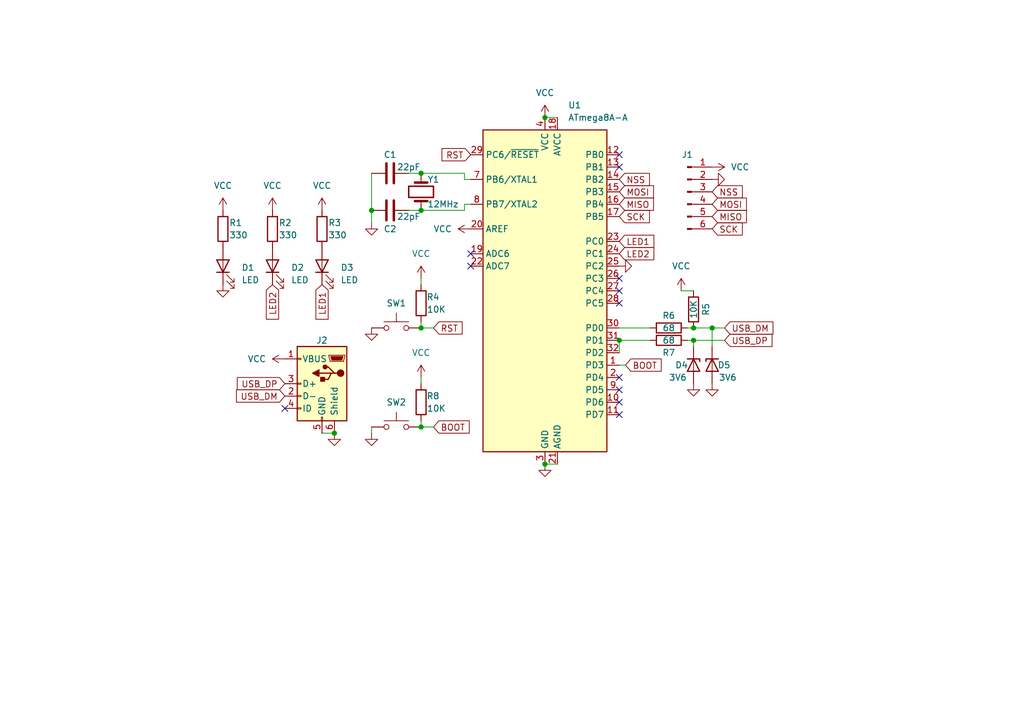
<source format=kicad_sch>
(kicad_sch (version 20230121) (generator eeschema)
  (paper "A5")
  (title_block (title "ATMega8 Minimum System") (date "2023-10-19") (rev "v0") (company "Achmadi ST MT"))
  (lib_symbols
    (symbol "Connector:Conn_01x06_Pin" (pin_names (offset 1.016) hide)
      (property "Reference" "J" (at 0 7.62 0))
      (property "Value" "Conn_01x06_Pin" (at 0 -10.16 0))
      (symbol "Conn_01x06_Pin_1_1"
        (polyline (pts (xy 1.27 -7.62) (xy 0.8636 -7.62)) (stroke (width 0.1524)))
        (polyline (pts (xy 1.27 -5.08) (xy 0.8636 -5.08)) (stroke (width 0.1524)))
        (polyline (pts (xy 1.27 -2.54) (xy 0.8636 -2.54)) (stroke (width 0.1524)))
        (polyline (pts (xy 1.27 0) (xy 0.8636 0)) (stroke (width 0.1524)))
        (polyline (pts (xy 1.27 2.54) (xy 0.8636 2.54)) (stroke (width 0.1524)))
        (polyline (pts (xy 1.27 5.08) (xy 0.8636 5.08)) (stroke (width 0.1524)))
        (rectangle (start 0.8636 -7.493) (end 0 -7.747) (stroke (width 0.1524)) (fill (type outline)))
        (rectangle (start 0.8636 -4.953) (end 0 -5.207) (stroke (width 0.1524)) (fill (type outline)))
        (rectangle (start 0.8636 -2.413) (end 0 -2.667) (stroke (width 0.1524)) (fill (type outline)))
        (rectangle (start 0.8636 0.127) (end 0 -0.127) (stroke (width 0.1524)) (fill (type outline)))
        (rectangle (start 0.8636 2.667) (end 0 2.413) (stroke (width 0.1524)) (fill (type outline)))
        (rectangle (start 0.8636 5.207) (end 0 4.953) (stroke (width 0.1524)) (fill (type outline)))
        (pin passive line (at 5.08 5.08 180) (length 3.81) (name "Pin_1") (number "1"))
        (pin passive line (at 5.08 2.54 180) (length 3.81) (name "Pin_2") (number "2"))
        (pin passive line (at 5.08 0 180) (length 3.81) (name "Pin_3") (number "3"))
        (pin passive line (at 5.08 -2.54 180) (length 3.81) (name "Pin_4") (number "4"))
        (pin passive line (at 5.08 -5.08 180) (length 3.81) (name "Pin_5") (number "5"))
        (pin passive line (at 5.08 -7.62 180) (length 3.81) (name "Pin_6") (number "6"))
      )
    )
    (symbol "Connector:USB_B_Mini" (pin_names (offset 1.016))
      (property "Reference" "J" (at -5.08 11.43 0))
      (property "Value" "USB_B_Mini" (at -5.08 8.89 0))
      (symbol "USB_B_Mini_0_1"
        (rectangle (start -5.08 -7.62) (end 5.08 7.62) (stroke (width 0.254)) (fill (type background)))
        (circle (center -3.81 2.159) (radius 0.635) (stroke (width 0.254)) (fill (type outline)))
        (circle (center -0.635 3.429) (radius 0.381) (stroke (width 0.254)) (fill (type outline)))
        (rectangle (start -0.127 -7.62) (end 0.127 -6.858))
        (polyline (pts (xy -1.905 2.159) (xy 0.635 2.159)) (stroke (width 0.254)))
        (polyline (pts (xy -3.175 2.159) (xy -2.54 2.159) (xy -1.27 3.429) (xy -0.635 3.429)) (stroke (width 0.254)))
        (polyline (pts (xy -2.54 2.159) (xy -1.905 2.159) (xy -1.27 0.889) (xy 0 0.889)) (stroke (width 0.254)))
        (polyline (pts (xy 0.635 2.794) (xy 0.635 1.524) (xy 1.905 2.159) (xy 0.635 2.794)) (stroke (width 0.254)) (fill (type outline)))
        (polyline (pts (xy -4.318 5.588) (xy -1.778 5.588) (xy -2.032 4.826) (xy -4.064 4.826) (xy -4.318 5.588)) (fill (type outline)))
        (polyline (pts (xy -4.699 5.842) (xy -4.699 5.588) (xy -4.445 4.826) (xy -4.445 4.572) (xy -1.651 4.572) (xy -1.651 4.826) (xy -1.397 5.588) (xy -1.397 5.842) (xy -4.699 5.842)))
        (rectangle (start 0.254 1.27) (end -0.508 0.508) (stroke (width 0.254)) (fill (type outline)))
        (rectangle (start 5.08 -5.207) (end 4.318 -4.953))
        (rectangle (start 5.08 -2.667) (end 4.318 -2.413))
        (rectangle (start 5.08 -0.127) (end 4.318 0.127))
        (rectangle (start 5.08 4.953) (end 4.318 5.207))
      )
      (symbol "USB_B_Mini_1_1"
        (pin power_out line (at 7.62 5.08 180) (length 2.54) (name "VBUS") (number "1"))
        (pin bidirectional line (at 7.62 -2.54 180) (length 2.54) (name "D-") (number "2"))
        (pin bidirectional line (at 7.62 0 180) (length 2.54) (name "D+") (number "3"))
        (pin passive line (at 7.62 -5.08 180) (length 2.54) (name "ID") (number "4"))
        (pin power_out line (at 0 -10.16 90) (length 2.54) (name "GND") (number "5"))
        (pin passive line (at -2.54 -10.16 90) (length 2.54) (name "Shield") (number "6"))
      )
    )
    (symbol "Device:C" (pin_numbers hide) (pin_names (offset 0.254))
      (property "Reference" "C" (at 0.635 2.54 0))
      (property "Value" "C" (at 0.635 -2.54 0))
      (symbol "C_0_1"
        (polyline (pts (xy -2.032 -0.762) (xy 2.032 -0.762)) (stroke (width 0.508)))
        (polyline (pts (xy -2.032 0.762) (xy 2.032 0.762)) (stroke (width 0.508)))
      )
      (symbol "C_1_1"
        (pin passive line (at 0 3.81 270) (length 2.794) (name "~") (number "1"))
        (pin passive line (at 0 -3.81 90) (length 2.794) (name "~") (number "2"))
      )
    )
    (symbol "Device:Crystal" (pin_numbers hide) (pin_names (offset 1.016) hide)
      (property "Reference" "Y" (at 0 3.81 0))
      (property "Value" "Crystal" (at 0 -3.81 0))
      (symbol "Crystal_0_1"
        (rectangle (start -1.143 2.54) (end 1.143 -2.54) (stroke (width 0.3048)))
        (polyline (pts (xy -2.54 0) (xy -1.905 0)))
        (polyline (pts (xy -1.905 -1.27) (xy -1.905 1.27)) (stroke (width 0.508)))
        (polyline (pts (xy 1.905 -1.27) (xy 1.905 1.27)) (stroke (width 0.508)))
        (polyline (pts (xy 2.54 0) (xy 1.905 0)))
      )
      (symbol "Crystal_1_1"
        (pin passive line (at -3.81 0 0) (length 1.27) (name "1") (number "1"))
        (pin passive line (at 3.81 0 180) (length 1.27) (name "2") (number "2"))
      )
    )
    (symbol "Device:D_Zener" (pin_numbers hide) (pin_names (offset 1.016) hide)
      (property "Reference" "D" (at 0 2.54 0))
      (property "Value" "D_Zener" (at 0 -2.54 0))
      (symbol "D_Zener_0_1"
        (polyline (pts (xy 1.27 0) (xy -1.27 0)))
        (polyline (pts (xy -1.27 -1.27) (xy -1.27 1.27) (xy -0.762 1.27)) (stroke (width 0.254)))
        (polyline (pts (xy 1.27 -1.27) (xy 1.27 1.27) (xy -1.27 0) (xy 1.27 -1.27)) (stroke (width 0.254)))
      )
      (symbol "D_Zener_1_1"
        (pin passive line (at -3.81 0 0) (length 2.54) (name "K") (number "1"))
        (pin passive line (at 3.81 0 180) (length 2.54) (name "A") (number "2"))
      )
    )
    (symbol "Device:LED" (pin_numbers hide) (pin_names (offset 1.016) hide)
      (property "Reference" "D" (at 0 2.54 0))
      (property "Value" "LED" (at 0 -2.54 0))
      (symbol "LED_0_1"
        (polyline (pts (xy -1.27 -1.27) (xy -1.27 1.27)) (stroke (width 0.254)))
        (polyline (pts (xy -1.27 0) (xy 1.27 0)))
        (polyline (pts (xy 1.27 -1.27) (xy 1.27 1.27) (xy -1.27 0) (xy 1.27 -1.27)) (stroke (width 0.254)))
        (polyline (pts (xy -3.048 -0.762) (xy -4.572 -2.286) (xy -3.81 -2.286) (xy -4.572 -2.286) (xy -4.572 -1.524)))
        (polyline (pts (xy -1.778 -0.762) (xy -3.302 -2.286) (xy -2.54 -2.286) (xy -3.302 -2.286) (xy -3.302 -1.524)))
      )
      (symbol "LED_1_1"
        (pin passive line (at -3.81 0 0) (length 2.54) (name "K") (number "1"))
        (pin passive line (at 3.81 0 180) (length 2.54) (name "A") (number "2"))
      )
    )
    (symbol "Device:R" (pin_numbers hide) (pin_names (offset 0))
      (property "Reference" "R" (at 2.032 0 90))
      (property "Value" "R" (at 0 0 90))
      (symbol "R_0_1"
        (rectangle (start -1.016 -2.54) (end 1.016 2.54) (stroke (width 0.254)))
      )
      (symbol "R_1_1"
        (pin passive line (at 0 3.81 270) (length 1.27) (name "~") (number "1"))
        (pin passive line (at 0 -3.81 90) (length 1.27) (name "~") (number "2"))
      )
    )
    (symbol "MCU_Microchip_ATmega:ATmega8A-A"
      (property "Reference" "U" (at -12.7 34.29 0))
      (property "Value" "ATmega8A-A" (at 5.08 -34.29 0))
      (symbol "ATmega8A-A_0_1"
        (rectangle (start -12.7 -33.02) (end 12.7 33.02) (stroke (width 0.254)) (fill (type background)))
      )
      (symbol "ATmega8A-A_1_1"
        (pin bidirectional line (at 15.24 -15.24 180) (length 2.54) (name "PD3") (number "1"))
        (pin bidirectional line (at 15.24 -22.86 180) (length 2.54) (name "PD6") (number "10"))
        (pin bidirectional line (at 15.24 -25.4 180) (length 2.54) (name "PD7") (number "11"))
        (pin bidirectional line (at 15.24 27.94 180) (length 2.54) (name "PB0") (number "12"))
        (pin bidirectional line (at 15.24 25.4 180) (length 2.54) (name "PB1") (number "13"))
        (pin bidirectional line (at 15.24 22.86 180) (length 2.54) (name "PB2") (number "14"))
        (pin bidirectional line (at 15.24 20.32 180) (length 2.54) (name "PB3") (number "15"))
        (pin bidirectional line (at 15.24 17.78 180) (length 2.54) (name "PB4") (number "16"))
        (pin bidirectional line (at 15.24 15.24 180) (length 2.54) (name "PB5") (number "17"))
        (pin power_in line (at 2.54 35.56 270) (length 2.54) (name "AVCC") (number "18"))
        (pin input line (at -15.24 7.62 0) (length 2.54) (name "ADC6") (number "19"))
        (pin bidirectional line (at 15.24 -17.78 180) (length 2.54) (name "PD4") (number "2"))
        (pin passive line (at -15.24 12.7 0) (length 2.54) (name "AREF") (number "20"))
        (pin power_in line (at 2.54 -35.56 90) (length 2.54) (name "AGND") (number "21"))
        (pin input line (at -15.24 5.08 0) (length 2.54) (name "ADC7") (number "22"))
        (pin bidirectional line (at 15.24 10.16 180) (length 2.54) (name "PC0") (number "23"))
        (pin bidirectional line (at 15.24 7.62 180) (length 2.54) (name "PC1") (number "24"))
        (pin bidirectional line (at 15.24 5.08 180) (length 2.54) (name "PC2") (number "25"))
        (pin bidirectional line (at 15.24 2.54 180) (length 2.54) (name "PC3") (number "26"))
        (pin bidirectional line (at 15.24 0 180) (length 2.54) (name "PC4") (number "27"))
        (pin bidirectional line (at 15.24 -2.54 180) (length 2.54) (name "PC5") (number "28"))
        (pin bidirectional line (at -15.24 27.94 0) (length 2.54) (name "PC6/~{RESET}") (number "29"))
        (pin power_in line (at 0 -35.56 90) (length 2.54) (name "GND") (number "3"))
        (pin bidirectional line (at 15.24 -7.62 180) (length 2.54) (name "PD0") (number "30"))
        (pin bidirectional line (at 15.24 -10.16 180) (length 2.54) (name "PD1") (number "31"))
        (pin bidirectional line (at 15.24 -12.7 180) (length 2.54) (name "PD2") (number "32"))
        (pin power_in line (at 0 35.56 270) (length 2.54) (name "VCC") (number "4"))
        (pin passive line (at 0 -35.56 90) (length 2.54) hide (name "GND") (number "5"))
        (pin passive line (at 0 35.56 270) (length 2.54) hide (name "VCC") (number "6"))
        (pin bidirectional line (at -15.24 22.86 0) (length 2.54) (name "PB6/XTAL1") (number "7"))
        (pin bidirectional line (at -15.24 17.78 0) (length 2.54) (name "PB7/XTAL2") (number "8"))
        (pin bidirectional line (at 15.24 -20.32 180) (length 2.54) (name "PD5") (number "9"))
      )
    )
    (symbol "Switch:SW_Push" (pin_numbers hide) (pin_names (offset 1.016) hide)
      (property "Reference" "SW" (at 1.27 2.54 0))
      (property "Value" "SW_Push" (at 0 -1.524 0))
      (symbol "SW_Push_0_1"
        (circle (center -2.032 0) (radius 0.508))
        (polyline (pts (xy 0 1.27) (xy 0 3.048)))
        (polyline (pts (xy 2.54 1.27) (xy -2.54 1.27)))
        (circle (center 2.032 0) (radius 0.508))
        (pin passive line (at -5.08 0 0) (length 2.54) (name "1") (number "1"))
        (pin passive line (at 5.08 0 180) (length 2.54) (name "2") (number "2"))
      )
    )
    (symbol "power:GND" (power) (pin_names (offset 0))
      (property "Value" "GND" (at 0 -3.81 0))
      (symbol "GND_0_1"
        (polyline (pts (xy 0 0) (xy 0 -1.27) (xy 1.27 -1.27) (xy 0 -2.54) (xy -1.27 -1.27) (xy 0 -1.27)))
      )
      (symbol "GND_1_1"
        (pin power_in line (at 0 0 270) (length 0) hide (name "GND") (number "1"))
      )
    )
    (symbol "power:VCC" (power) (pin_names (offset 0))
      (property "Value" "VCC" (at 0 3.81 0))
      (symbol "VCC_0_1"
        (polyline (pts (xy -0.762 1.27) (xy 0 2.54)))
        (polyline (pts (xy 0 0) (xy 0 2.54)))
        (polyline (pts (xy 0 2.54) (xy 0.762 1.27)))
      )
      (symbol "VCC_1_1"
        (pin power_in line (at 0 0 90) (length 0) hide (name "VCC") (number "1"))
      )
    )
  )
  (junction (at 76.2 43.18))
  (junction (at 111.76 95.25))
  (junction (at 127 69.85))
  (junction (at 146.05 67.31))
  (junction (at 111.76 24.13))
  (junction (at 86.36 87.63))
  (junction (at 142.24 67.31))
  (junction (at 68.58 88.9))
  (junction (at 86.36 43.18))
  (junction (at 86.36 67.31))
  (junction (at 86.36 35.56))
  (junction (at 142.24 69.85))
  (no_connect (at 127 77.47))
  (no_connect (at 127 57.15))
  (no_connect (at 127 85.09))
  (no_connect (at 127 80.01))
  (no_connect (at 58.42 83.82))
  (no_connect (at 127 82.55))
  (no_connect (at 96.52 52.07))
  (no_connect (at 96.52 54.61))
  (no_connect (at 127 31.75))
  (no_connect (at 127 59.69))
  (no_connect (at 127 62.23))
  (no_connect (at 127 34.29))
  (wire (pts (xy 83.82 35.56) (xy 86.36 35.56)))
  (wire (pts (xy 86.36 77.47) (xy 86.36 78.74)))
  (wire (pts (xy 66.04 88.9) (xy 68.58 88.9)))
  (wire (pts (xy 96.52 36.83) (xy 95.25 36.83)))
  (wire (pts (xy 76.2 88.9) (xy 76.2 87.63)))
  (wire (pts (xy 111.76 95.25) (xy 114.3 95.25)))
  (wire (pts (xy 76.2 35.56) (xy 76.2 43.18)))
  (wire (pts (xy 86.36 57.15) (xy 86.36 58.42)))
  (wire (pts (xy 142.24 69.85) (xy 142.24 71.12)))
  (wire (pts (xy 127 67.31) (xy 133.35 67.31)))
  (wire (pts (xy 140.97 69.85) (xy 142.24 69.85)))
  (wire (pts (xy 142.24 59.69) (xy 139.7 59.69)))
  (wire (pts (xy 86.36 35.56) (xy 95.25 35.56)))
  (wire (pts (xy 142.24 69.85) (xy 148.59 69.85)))
  (wire (pts (xy 128.27 74.93) (xy 127 74.93)))
  (wire (pts (xy 140.97 67.31) (xy 142.24 67.31)))
  (wire (pts (xy 86.36 67.31) (xy 88.9 67.31)))
  (wire (pts (xy 83.82 43.18) (xy 86.36 43.18)))
  (wire (pts (xy 76.2 43.18) (xy 76.2 45.72)))
  (wire (pts (xy 86.36 66.04) (xy 86.36 67.31)))
  (wire (pts (xy 127 69.85) (xy 127 72.39)))
  (wire (pts (xy 142.24 67.31) (xy 146.05 67.31)))
  (wire (pts (xy 95.25 43.18) (xy 86.36 43.18)))
  (wire (pts (xy 86.36 87.63) (xy 88.9 87.63)))
  (wire (pts (xy 95.25 36.83) (xy 95.25 35.56)))
  (wire (pts (xy 111.76 24.13) (xy 114.3 24.13)))
  (wire (pts (xy 96.52 41.91) (xy 95.25 41.91)))
  (wire (pts (xy 95.25 41.91) (xy 95.25 43.18)))
  (wire (pts (xy 86.36 86.36) (xy 86.36 87.63)))
  (wire (pts (xy 146.05 67.31) (xy 146.05 71.12)))
  (wire (pts (xy 146.05 67.31) (xy 148.59 67.31)))
  (wire (pts (xy 127 69.85) (xy 133.35 69.85)))
  (global_label "USB_DM" (shape input) (at 148.59 67.31 0) (property "Intersheetrefs" "${INTERSHEET_REFS}" (effects hide)))
  (global_label "NSS" (shape input) (at 127 36.83 0) (property "Intersheetrefs" "${INTERSHEET_REFS}" (effects hide)))
  (global_label "MISO" (shape input) (at 146.05 44.45 0) (property "Intersheetrefs" "${INTERSHEET_REFS}" (effects hide)))
  (global_label "LED2" (shape input) (at 127 52.07 0) (property "Intersheetrefs" "${INTERSHEET_REFS}" (effects hide)))
  (global_label "USB_DP" (shape input) (at 58.42 78.74 180) (property "Intersheetrefs" "${INTERSHEET_REFS}" (effects hide)))
  (global_label "USB_DM" (shape input) (at 58.42 81.28 180) (property "Intersheetrefs" "${INTERSHEET_REFS}" (effects hide)))
  (global_label "MOSI" (shape input) (at 146.05 41.91 0) (property "Intersheetrefs" "${INTERSHEET_REFS}" (effects hide)))
  (global_label "BOOT" (shape input) (at 88.9 87.63 0) (property "Intersheetrefs" "${INTERSHEET_REFS}" (effects hide)))
  (global_label "SCK" (shape input) (at 146.05 46.99 0) (property "Intersheetrefs" "${INTERSHEET_REFS}" (effects hide)))
  (global_label "LED2" (shape input) (at 55.88 58.42 270) (property "Intersheetrefs" "${INTERSHEET_REFS}" (effects hide)))
  (global_label "USB_DP" (shape input) (at 148.59 69.85 0) (property "Intersheetrefs" "${INTERSHEET_REFS}" (effects hide)))
  (global_label "MOSI" (shape input) (at 127 39.37 0) (property "Intersheetrefs" "${INTERSHEET_REFS}" (effects hide)))
  (global_label "LED1" (shape input) (at 127 49.53 0) (property "Intersheetrefs" "${INTERSHEET_REFS}" (effects hide)))
  (global_label "NSS" (shape input) (at 146.05 39.37 0) (property "Intersheetrefs" "${INTERSHEET_REFS}" (effects hide)))
  (global_label "BOOT" (shape input) (at 128.27 74.93 0) (property "Intersheetrefs" "${INTERSHEET_REFS}" (effects hide)))
  (global_label "RST" (shape input) (at 88.9 67.31 0) (property "Intersheetrefs" "${INTERSHEET_REFS}" (effects hide)))
  (global_label "LED1" (shape input) (at 66.04 58.42 270) (property "Intersheetrefs" "${INTERSHEET_REFS}" (effects hide)))
  (global_label "RST" (shape input) (at 96.52 31.75 180) (property "Intersheetrefs" "${INTERSHEET_REFS}" (effects hide)))
  (global_label "MISO" (shape input) (at 127 41.91 0) (property "Intersheetrefs" "${INTERSHEET_REFS}" (effects hide)))
  (global_label "SCK" (shape input) (at 127 44.45 0) (property "Intersheetrefs" "${INTERSHEET_REFS}" (effects hide)))
  (symbol (lib_id "Device:R") (at 137.16 69.85 90) (unit 1)
    (property "Reference" "R7" (at 137.16 72.39 90))
    (property "Value" "68" (at 137.16 69.85 90))
    (property "Footprint" "Resistor_SMD:R_0805_2012Metric_Pad1.20x1.40mm_HandSolder" (effects hide))
  )
  (symbol (lib_id "Switch:SW_Push") (at 81.28 67.31 0) (unit 1)
    (property "Reference" "SW1" (at 81.28 62.23 0))
    (property "Value" "SW_Push" (effects hide))
    (property "Footprint" "Button_Switch_SMD:SW_Tactile_SPST_NO_Straight_CK_PTS636Sx25SMTRLFS" (effects hide))
  )
  (symbol (lib_id "Device:LED") (at 45.72 54.61 90) (unit 1)
    (property "Reference" "D1" (at 49.53 54.9275 90) (effects (justify right)))
    (property "Value" "LED" (at 49.53 57.4675 90) (effects (justify right)))
    (property "Footprint" "LED_SMD:LED_0805_2012Metric_Pad1.15x1.40mm_HandSolder" (effects hide))
  )
  (symbol (lib_id "Connector:Conn_01x06_Pin") (at 140.97 39.37 0) (unit 1)
    (property "Reference" "J1" (at 140.97 31.75 0))
    (property "Value" "Conn_01x06_Pin" (effects hide))
    (property "Footprint" "Connector_PinHeader_2.54mm:PinHeader_1x06_P2.54mm_Vertical" (effects hide))
  )
  (symbol (lib_id "Device:R") (at 137.16 67.31 90) (unit 1)
    (property "Reference" "R6" (at 137.16 64.77 90))
    (property "Value" "68" (at 137.16 67.31 90))
    (property "Footprint" "Resistor_SMD:R_0805_2012Metric_Pad1.20x1.40mm_HandSolder" (effects hide))
  )
  (symbol (lib_id "Device:LED") (at 55.88 54.61 90) (unit 1)
    (property "Reference" "D2" (at 59.69 54.9275 90) (effects (justify right)))
    (property "Value" "LED" (at 59.69 57.4675 90) (effects (justify right)))
    (property "Footprint" "LED_SMD:LED_0805_2012Metric_Pad1.15x1.40mm_HandSolder" (effects hide))
  )
  (symbol (lib_id "power:GND") (at 45.72 58.42 0) (unit 1)
    (property "Reference" "#PWR011" (effects hide))
    (property "Value" "GND" (effects hide))
  )
  (symbol (lib_id "power:GND") (at 68.58 88.9 0) (unit 1)
    (property "Reference" "#PWR018" (effects hide))
    (property "Value" "GND" (effects hide))
  )
  (symbol (lib_id "power:GND") (at 146.05 78.74 0) (unit 1)
    (property "Reference" "#PWR017" (effects hide))
    (property "Value" "GND" (effects hide))
  )
  (symbol (lib_id "Connector:USB_B_Mini") (at 66.04 78.74 0) (mirror y) (unit 1)
    (property "Reference" "J2" (at 66.04 69.85 0))
    (property "Value" "USB_B_Mini" (effects hide))
    (property "Footprint" "Connector_USB:USB_Mini-B_Wuerth_65100516121_Horizontal" (effects hide))
  )
  (symbol (lib_id "Device:R") (at 86.36 82.55 0) (mirror y) (unit 1)
    (property "Reference" "R8" (at 90.17 81.28 0) (effects (justify left)))
    (property "Value" "10K" (at 91.44 83.82 0) (effects (justify left)))
    (property "Footprint" "Resistor_SMD:R_0805_2012Metric_Pad1.20x1.40mm_HandSolder" (effects hide))
  )
  (symbol (lib_id "power:GND") (at 146.05 36.83 90) (unit 1)
    (property "Reference" "#PWR03" (effects hide))
    (property "Value" "GND" (effects hide))
  )
  (symbol (lib_id "Device:R") (at 45.72 46.99 0) (unit 1)
    (property "Reference" "R1" (at 46.99 45.72 0) (effects (justify left)))
    (property "Value" "330" (at 46.99 48.26 0) (effects (justify left)))
    (property "Footprint" "Resistor_SMD:R_0805_2012Metric_Pad1.20x1.40mm_HandSolder" (effects hide))
  )
  (symbol (lib_id "power:VCC") (at 139.7 59.69 0) (unit 1)
    (property "Reference" "#PWR012" (effects hide))
    (property "Value" "VCC" (at 139.7 54.61 0))
  )
  (symbol (lib_id "power:VCC") (at 58.42 73.66 90) (unit 1)
    (property "Reference" "#PWR014" (effects hide))
    (property "Value" "VCC" (at 54.61 73.66 90) (effects (justify left)))
  )
  (symbol (lib_id "power:VCC") (at 66.04 43.18 0) (unit 1)
    (property "Reference" "#PWR06" (effects hide))
    (property "Value" "VCC" (at 66.04 38.1 0))
  )
  (symbol (lib_id "Device:Crystal") (at 86.36 39.37 90) (unit 1)
    (property "Reference" "Y1" (at 87.63 36.83 90) (effects (justify right)))
    (property "Value" "12MHz" (at 87.63 41.91 90) (effects (justify right)))
    (property "Footprint" "Crystal:Crystal_SMD_HC49-SD" (effects hide))
  )
  (symbol (lib_id "power:GND") (at 76.2 88.9 0) (unit 1)
    (property "Reference" "#PWR019" (effects hide))
    (property "Value" "GND" (effects hide))
  )
  (symbol (lib_id "Device:D_Zener") (at 142.24 74.93 270) (unit 1)
    (property "Reference" "D4" (at 138.43 74.93 90) (effects (justify left)))
    (property "Value" "3V6" (at 137.16 77.47 90) (effects (justify left)))
    (property "Footprint" "Diode_SMD:D_SOD-323" (effects hide))
  )
  (symbol (lib_id "power:VCC") (at 86.36 77.47 0) (unit 1)
    (property "Reference" "#PWR015" (effects hide))
    (property "Value" "VCC" (at 86.36 72.39 0))
  )
  (symbol (lib_id "power:VCC") (at 96.52 46.99 90) (unit 1)
    (property "Reference" "#PWR08" (effects hide))
    (property "Value" "VCC" (at 92.71 46.99 90) (effects (justify left)))
  )
  (symbol (lib_id "MCU_Microchip_ATmega:ATmega8A-A") (at 111.76 59.69 0) (unit 1)
    (property "Reference" "U1" (at 116.4941 21.59 0) (effects (justify left)))
    (property "Value" "ATmega8A-A" (at 116.4941 24.13 0) (effects (justify left)))
    (property "Footprint" "Package_QFP:TQFP-32_7x7mm_P0.8mm" (effects hide))
    (property "Datasheet" "http://ww1.microchip.com/downloads/en/DeviceDoc/Microchip%208bit%20mcu%20AVR%20ATmega8A%20data%20sheet%2040001974A.pdf" (effects hide))
  )
  (symbol (lib_id "Device:R") (at 66.04 46.99 0) (unit 1)
    (property "Reference" "R3" (at 67.31 45.72 0) (effects (justify left)))
    (property "Value" "330" (at 67.31 48.26 0) (effects (justify left)))
    (property "Footprint" "Resistor_SMD:R_0805_2012Metric_Pad1.20x1.40mm_HandSolder" (effects hide))
  )
  (symbol (lib_id "Switch:SW_Push") (at 81.28 87.63 0) (unit 1)
    (property "Reference" "SW2" (at 81.28 82.55 0))
    (property "Value" "SW_Push" (effects hide))
    (property "Footprint" "Button_Switch_SMD:SW_Tactile_SPST_NO_Straight_CK_PTS636Sx25SMTRLFS" (effects hide))
  )
  (symbol (lib_id "Device:C") (at 80.01 35.56 90) (unit 1)
    (property "Reference" "C1" (at 80.01 31.75 90))
    (property "Value" "22pF" (at 83.82 34.29 90))
    (property "Footprint" "Capacitor_SMD:C_0805_2012Metric_Pad1.18x1.45mm_HandSolder" (effects hide))
  )
  (symbol (lib_id "Device:LED") (at 66.04 54.61 90) (unit 1)
    (property "Reference" "D3" (at 69.85 54.9275 90) (effects (justify right)))
    (property "Value" "LED" (at 69.85 57.4675 90) (effects (justify right)))
    (property "Footprint" "LED_SMD:LED_0805_2012Metric_Pad1.15x1.40mm_HandSolder" (effects hide))
  )
  (symbol (lib_id "Device:R") (at 86.36 62.23 0) (mirror y) (unit 1)
    (property "Reference" "R4" (at 90.17 60.96 0) (effects (justify left)))
    (property "Value" "10K" (at 91.44 63.5 0) (effects (justify left)))
    (property "Footprint" "Resistor_SMD:R_0805_2012Metric_Pad1.20x1.40mm_HandSolder" (effects hide))
  )
  (symbol (lib_id "Device:R") (at 142.24 63.5 0) (mirror x) (unit 1)
    (property "Reference" "R5" (at 144.78 63.5 90))
    (property "Value" "10K" (at 142.24 63.5 90))
    (property "Footprint" "Resistor_SMD:R_0805_2012Metric_Pad1.20x1.40mm_HandSolder" (effects hide))
  )
  (symbol (lib_id "power:VCC") (at 111.76 24.13 0) (unit 1)
    (property "Reference" "#PWR01" (effects hide))
    (property "Value" "VCC" (at 111.76 19.05 0))
  )
  (symbol (lib_id "power:VCC") (at 86.36 57.15 0) (unit 1)
    (property "Reference" "#PWR010" (effects hide))
    (property "Value" "VCC" (at 86.36 52.07 0))
  )
  (symbol (lib_id "power:GND") (at 76.2 45.72 0) (unit 1)
    (property "Reference" "#PWR07" (effects hide))
    (property "Value" "GND" (effects hide))
  )
  (symbol (lib_id "power:VCC") (at 45.72 43.18 0) (mirror y) (unit 1)
    (property "Reference" "#PWR04" (effects hide))
    (property "Value" "VCC" (at 45.72 38.1 0))
  )
  (symbol (lib_id "power:VCC") (at 146.05 34.29 270) (unit 1)
    (property "Reference" "#PWR02" (effects hide))
    (property "Value" "VCC" (at 149.86 34.29 90) (effects (justify left)))
  )
  (symbol (lib_id "power:GND") (at 76.2 67.31 0) (unit 1)
    (property "Reference" "#PWR013" (effects hide))
    (property "Value" "GND" (effects hide))
  )
  (symbol (lib_id "power:GND") (at 127 54.61 90) (unit 1)
    (property "Reference" "#PWR09" (effects hide))
    (property "Value" "GND" (effects hide))
  )
  (symbol (lib_id "Device:C") (at 80.01 43.18 90) (mirror x) (unit 1)
    (property "Reference" "C2" (at 80.01 46.99 90))
    (property "Value" "22pF" (at 83.82 44.45 90))
    (property "Footprint" "Capacitor_SMD:C_0805_2012Metric_Pad1.18x1.45mm_HandSolder" (effects hide))
  )
  (symbol (lib_id "power:GND") (at 142.24 78.74 0) (unit 1)
    (property "Reference" "#PWR016" (effects hide))
    (property "Value" "GND" (effects hide))
  )
  (symbol (lib_id "Device:D_Zener") (at 146.05 74.93 90) (mirror x) (unit 1)
    (property "Reference" "D5" (at 149.86 74.93 90) (effects (justify left)))
    (property "Value" "3V6" (at 151.13 77.47 90) (effects (justify left)))
    (property "Footprint" "Diode_SMD:D_SOD-323" (effects hide))
  )
  (symbol (lib_id "power:VCC") (at 55.88 43.18 0) (mirror y) (unit 1)
    (property "Reference" "#PWR05" (effects hide))
    (property "Value" "VCC" (at 55.88 38.1 0))
  )
  (symbol (lib_id "power:GND") (at 111.76 95.25 0) (unit 1)
    (property "Reference" "#PWR020" (effects hide))
    (property "Value" "GND" (effects hide))
  )
  (symbol (lib_id "Device:R") (at 55.88 46.99 0) (unit 1)
    (property "Reference" "R2" (at 57.15 45.72 0) (effects (justify left)))
    (property "Value" "330" (at 57.15 48.26 0) (effects (justify left)))
    (property "Footprint" "Resistor_SMD:R_0805_2012Metric_Pad1.20x1.40mm_HandSolder" (effects hide))
  )
)
</source>
